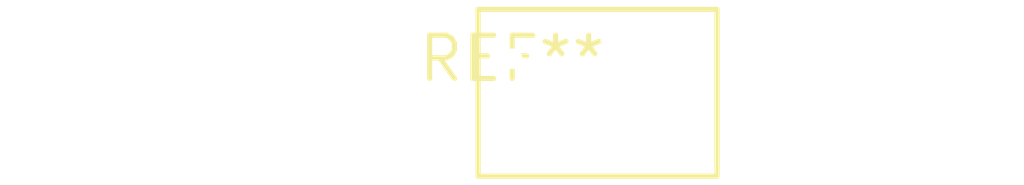
<source format=kicad_pcb>
(kicad_pcb (version 20240108) (generator pcbnew)
  (layers (0 "F.Cu" signal) (31 "B.Cu" signal) (34 "B.Paste" user) (35 "F.Paste" user) (36 "B.SilkS" user "B.Silkscreen") (37 "F.SilkS" user "F.Silkscreen") (38 "B.Mask" user) (39 "F.Mask" user) (44 "Edge.Cuts" user))
  (net 0 "")
  (footprint "RV_Disc_D7mm_W4.9mm_P5mm" (layer "F.Cu") (at 0 0)
    (property "Reference" "REF**")
    (property "Value" "RV_Disc_D7mm_W4.9mm_P5mm")
    (fp_line (start -1 -1.45) (end -1 3.45) (layer "F.SilkS") (stroke (width 0.15)))
    (fp_line (start -1 -1.45) (end 6 -1.45) (layer "F.SilkS") (stroke (width 0.15)))
    (fp_line (start -1 3.45) (end 6 3.45) (layer "F.SilkS") (stroke (width 0.15)))
    (fp_line (start 6 -1.45) (end 6 3.45) (layer "F.SilkS") (stroke (width 0.15)))
    (pad "1" thru_hole circle (at 0 0) (size 1.6 1.6) (drill 0.6) (layers *.Cu *.Mask) (remove_unused_layers))
    (pad "2" thru_hole circle (at 5 2) (size 1.6 1.6) (drill 0.6) (layers *.Cu *.Mask) (remove_unused_layers))
  )
)
</source>
